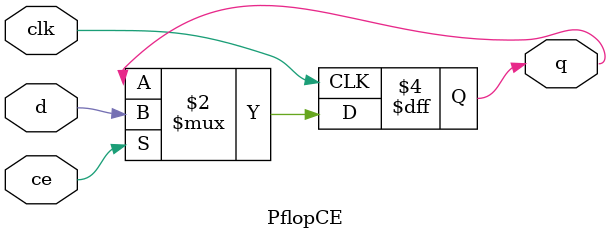
<source format=v>


module Pflop (clk, d, q);
input  clk,d;
output q;
reg    q;

always @(posedge clk) 
begin
   q <= d;
end

endmodule


//Following is Verilog code for a flip-flop with a negative-edge clock and asynchronous clear
module NflopC (clk,d,clr,q);

input clk,d,clr;
output q;
reg    q;

always @(negedge clk) begin

  if (clr)
     q <= 1'b0;
  else
     q <= d;
end

endmodule


//Following is Verilog code for the flip-flop with a positive-edge clock and synchronous set.
module PflopS (clk,d,s,q);

input  clk,d,s;
output q;
reg    q;

always @(posedge clk) begin
  
  if (s)
     q <= 1'b0;
  else
     q <= d;
end

endmodule


//Following is Verilog code for the flip-flop with a positive-edge clock and clock enable.
module PflopCE (clk,d,ce,q);

input  clk,d,ce;
output q;
reg    q;

always @(posedge clk) begin
  
  if (ce)
     q <= d;
end

endmodule

</source>
